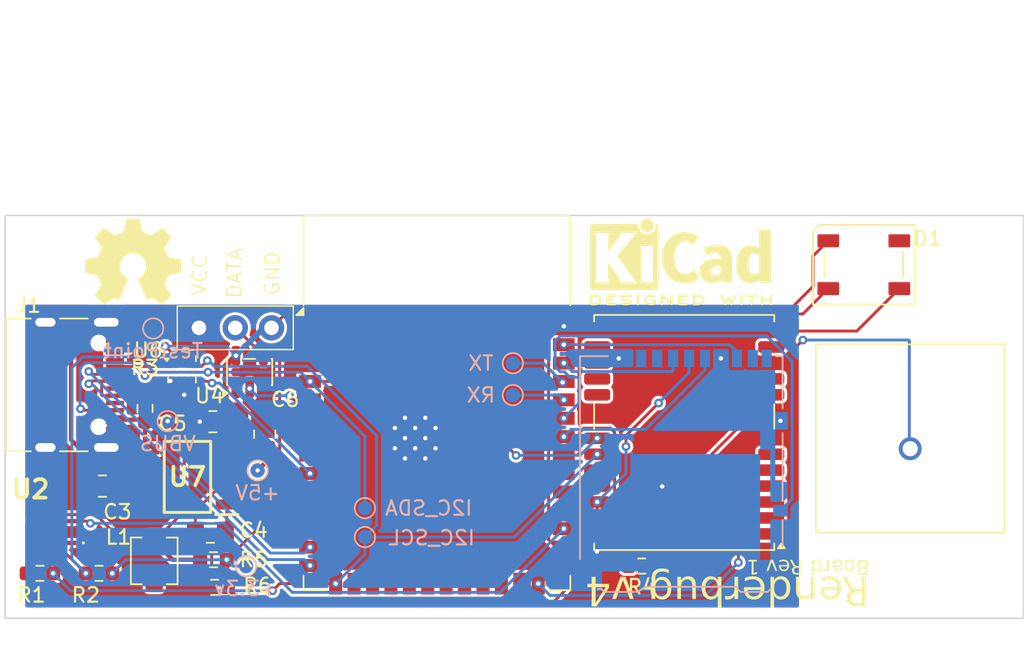
<source format=kicad_pcb>
(kicad_pcb
	(version 20241229)
	(generator "pcbnew")
	(generator_version "9.0")
	(general
		(thickness 1.579)
		(legacy_teardrops no)
	)
	(paper "A5")
	(title_block
		(title "Renderbug v4 Motion")
		(date "2026-03-07")
		(rev "R1")
		(comment 4 "AISLER Project ID: SHZJKPNM")
	)
	(layers
		(0 "F.Cu" signal)
		(2 "B.Cu" signal)
		(9 "F.Adhes" user "F.Adhesive")
		(11 "B.Adhes" user "B.Adhesive")
		(13 "F.Paste" user)
		(15 "B.Paste" user)
		(5 "F.SilkS" user "F.Silkscreen")
		(7 "B.SilkS" user "B.Silkscreen")
		(1 "F.Mask" user)
		(3 "B.Mask" user)
		(17 "Dwgs.User" user "User.Drawings")
		(19 "Cmts.User" user "User.Comments")
		(21 "Eco1.User" user "User.Eco1")
		(23 "Eco2.User" user "User.Eco2")
		(25 "Edge.Cuts" user)
		(27 "Margin" user)
		(31 "F.CrtYd" user "F.Courtyard")
		(29 "B.CrtYd" user "B.Courtyard")
		(35 "F.Fab" user)
		(33 "B.Fab" user)
		(39 "User.1" user)
		(41 "User.2" user)
		(43 "User.3" user)
		(45 "User.4" user)
		(47 "User.5" user)
		(49 "User.6" user)
		(51 "User.7" user)
		(53 "User.8" user)
		(55 "User.9" user)
	)
	(setup
		(stackup
			(layer "F.SilkS"
				(type "Top Silk Screen")
				(color "White")
				(material "Peters SD2692")
			)
			(layer "F.Paste"
				(type "Top Solder Paste")
			)
			(layer "F.Mask"
				(type "Top Solder Mask")
				(color "Green")
				(thickness 0.025)
				(material "Elpemer AS 2467 SM-DG")
				(epsilon_r 3.7)
				(loss_tangent 0)
			)
			(layer "F.Cu"
				(type "copper")
				(thickness 0.035)
			)
			(layer "dielectric 1"
				(type "core")
				(color "FR4 natural")
				(thickness 1.459)
				(material "FR4")
				(epsilon_r 4.5)
				(loss_tangent 0.02)
			)
			(layer "B.Cu"
				(type "copper")
				(thickness 0.035)
			)
			(layer "B.Mask"
				(type "Bottom Solder Mask")
				(color "Green")
				(thickness 0.025)
				(material "Elpemer AS 2467 SM-DG")
				(epsilon_r 3.7)
				(loss_tangent 0)
			)
			(layer "B.Paste"
				(type "Bottom Solder Paste")
			)
			(layer "B.SilkS"
				(type "Bottom Silk Screen")
				(color "White")
				(material "Peters SD2692")
			)
			(copper_finish "ENIG")
			(dielectric_constraints no)
		)
		(pad_to_mask_clearance 0)
		(allow_soldermask_bridges_in_footprints no)
		(tenting front back)
		(pcbplotparams
			(layerselection 0x00000000_00000000_55555555_5755f5ff)
			(plot_on_all_layers_selection 0x00000000_00000000_00000000_00000000)
			(disableapertmacros no)
			(usegerberextensions no)
			(usegerberattributes yes)
			(usegerberadvancedattributes yes)
			(creategerberjobfile yes)
			(dashed_line_dash_ratio 12.000000)
			(dashed_line_gap_ratio 3.000000)
			(svgprecision 4)
			(plotframeref no)
			(mode 1)
			(useauxorigin no)
			(hpglpennumber 1)
			(hpglpenspeed 20)
			(hpglpendiameter 15.000000)
			(pdf_front_fp_property_popups yes)
			(pdf_back_fp_property_popups yes)
			(pdf_metadata yes)
			(pdf_single_document no)
			(dxfpolygonmode yes)
			(dxfimperialunits yes)
			(dxfusepcbnewfont yes)
			(psnegative no)
			(psa4output no)
			(plot_black_and_white yes)
			(sketchpadsonfab no)
			(plotpadnumbers no)
			(hidednponfab no)
			(sketchdnponfab yes)
			(crossoutdnponfab yes)
			(subtractmaskfromsilk no)
			(outputformat 1)
			(mirror no)
			(drillshape 0)
			(scaleselection 1)
			(outputdirectory "/tmp/")
		)
	)
	(net 0 "")
	(net 1 "GND")
	(net 2 "unconnected-(U1-IO0-Pad27)")
	(net 3 "unconnected-(U1-IO46-Pad16)")
	(net 4 "unconnected-(U1-IO8-Pad12)")
	(net 5 "unconnected-(U1-IO47-Pad24)")
	(net 6 "unconnected-(U1-IO7-Pad7)")
	(net 7 "+3.3V")
	(net 8 "unconnected-(U1-IO48-Pad25)")
	(net 9 "unconnected-(U1-IO10-Pad18)")
	(net 10 "unconnected-(U1-IO11-Pad19)")
	(net 11 "unconnected-(U1-IO9-Pad17)")
	(net 12 "unconnected-(U1-IO6-Pad6)")
	(net 13 "+5V")
	(net 14 "VBUS")
	(net 15 "CC1")
	(net 16 "unconnected-(J2-DAT2-Pad1)")
	(net 17 "unconnected-(J2-DAT1-Pad8)")
	(net 18 "unconnected-(J2-DAT3{slash}CD-Pad2)")
	(net 19 "unconnected-(J2-DET_B-Pad9)")
	(net 20 "USB_D-")
	(net 21 "USB_D+")
	(net 22 "CC2")
	(net 23 "SD_CLK")
	(net 24 "SD_DETECT")
	(net 25 "unconnected-(U5-RESERVED-Pad16)")
	(net 26 "unconnected-(U5-~{SAFEBOOT}-Pad1)")
	(net 27 "unconnected-(U5-RESERVED-Pad17)")
	(net 28 "unconnected-(U5-TXD{slash}SPI_MISO-Pad20)")
	(net 29 "unconnected-(U5-VCC_RF-Pad9)")
	(net 30 "unconnected-(U5-RESERVED-Pad15)")
	(net 31 "unconnected-(U5-RXD{slash}SPI_MOSI-Pad21)")
	(net 32 "unconnected-(U5-USB_DP-Pad6)")
	(net 33 "unconnected-(U5-USB_DM-Pad5)")
	(net 34 "Net-(U3-FEED)")
	(net 35 "unconnected-(U5-LNA_EN-Pad14)")
	(net 36 "unconnected-(U5-EXTINT-Pad4)")
	(net 37 "SD_MOSI")
	(net 38 "SD_MISO")
	(net 39 "LED_DATA")
	(net 40 "I2C_SDA")
	(net 41 "I2C_SCL")
	(net 42 "PD_UPDATE_INT")
	(net 43 "Net-(U6-VBUS_DET)")
	(net 44 "unconnected-(U6-ID-Pad9)")
	(net 45 "Net-(U7-BOOT)")
	(net 46 "Net-(U7-SW)")
	(net 47 "Net-(U7-VCC)")
	(net 48 "unconnected-(U1-IO13-Pad21)")
	(net 49 "unconnected-(U1-IO15-Pad8)")
	(net 50 "unconnected-(U1-IO12-Pad20)")
	(net 51 "unconnected-(U1-IO14-Pad22)")
	(net 52 "unconnected-(U1-IO38-Pad31)")
	(net 53 "unconnected-(U1-IO37-Pad30)")
	(net 54 "Net-(D1-DIN)")
	(net 55 "unconnected-(D1-DOUT-Pad2)")
	(net 56 "Net-(U1-RXD0)")
	(net 57 "Net-(U1-TXD0)")
	(net 58 "unconnected-(U2-INT2-Pad9)")
	(net 59 "unconnected-(U2-NC_1-Pad10)")
	(net 60 "unconnected-(U2-NC_2-Pad11)")
	(net 61 "unconnected-(U2-SDO{slash}SA0-Pad1)")
	(net 62 "GPS_RESET")
	(net 63 "GPS_TIMEPULSE")
	(net 64 "IMU_INT1")
	(net 65 "unconnected-(U5-D_SEL-Pad2)")
	(net 66 "Net-(J5-LED_DATA)")
	(net 67 "unconnected-(U4-NC-Pad1)")
	(net 68 "unconnected-(U1-IO39-Pad32)")
	(net 69 "unconnected-(U1-IO18-Pad11)")
	(net 70 "unconnected-(U1-IO21-Pad23)")
	(net 71 "unconnected-(U1-IO17-Pad10)")
	(footprint "Package_TO_SOT_SMD:SOT-23-5" (layer "F.Cu") (at 87.55 67.1125 90))
	(footprint "Inductor_SMD:L_Vishay_IHLP-1212" (layer "F.Cu") (at 80.97 80.14 90))
	(footprint "chips:3_PIN_WIRE" (layer "F.Cu") (at 89.058 64.058 180))
	(footprint "Resistor_SMD:R_0603_1608Metric_Pad0.98x0.95mm_HandSolder" (layer "F.Cu") (at 77.1625 81))
	(footprint "LED_SMD:LED_WS2812B_PLCC4_5.0x5.0mm_P3.2mm" (layer "F.Cu") (at 129.9 59.7 180))
	(footprint "Capacitor_SMD:C_0805_2012Metric_Pad1.18x1.45mm_HandSolder" (layer "F.Cu") (at 85.0125 70.535 180))
	(footprint "Resistor_SMD:R_0603_1608Metric_Pad0.98x0.95mm_HandSolder" (layer "F.Cu") (at 73.0875 81 180))
	(footprint "Connector_USB:USB_C_Receptacle_G-Switch_GT-USB-7010ASV" (layer "F.Cu") (at 74.54 67.995 -90))
	(footprint "Resistor_SMD:R_0603_1608Metric_Pad0.98x0.95mm_HandSolder" (layer "F.Cu") (at 85.0575 80.06))
	(footprint "Resistor_SMD:R_0603_1608Metric_Pad0.98x0.95mm_HandSolder" (layer "F.Cu") (at 85.1375 81.965))
	(footprint "MountingHole:MountingHole_2mm" (layer "F.Cu") (at 74.1 59.5))
	(footprint "Resistor_SMD:R_0603_1608Metric_Pad0.98x0.95mm_HandSolder" (layer "F.Cu") (at 114.5875 80.5 180))
	(footprint "Resistor_SMD:R_0603_1608Metric_Pad0.98x0.95mm_HandSolder" (layer "F.Cu") (at 80.335 69.6225 90))
	(footprint "KiCad:W3213" (layer "F.Cu") (at 133.1 72.4))
	(footprint "MountingHole:MountingHole_2mm" (layer "F.Cu") (at 133.3 81.7))
	(footprint "chips:SOIC127P600X175-8N" (layer "F.Cu") (at 83.26 74.345 180))
	(footprint "Capacitor_SMD:C_0805_2012Metric_Pad1.18x1.45mm_HandSolder" (layer "F.Cu") (at 84.8425 78.155))
	(footprint "RF_Module:ESP32-S3-WROOM-1" (layer "F.Cu") (at 100.465 69.21))
	(footprint "Package_DFN_QFN:Texas_X2QFN-12_1.6x1.6mm_P0.4mm" (layer "F.Cu") (at 82.885 66.925))
	(footprint "Symbol:OSHW-Symbol_6.7x6mm_SilkScreen" (layer "F.Cu") (at 79.5 59.5))
	(footprint "Capacitor_SMD:C_0805_2012Metric_Pad1.18x1.45mm_HandSolder" (layer "F.Cu") (at 88.59 71.4025 90))
	(footprint "Symbol:KiCad-Logo2_5mm_SilkScreen" (layer "F.Cu") (at 117.3 59.5))
	(footprint "Capacitor_SMD:C_0805_2012Metric_Pad1.18x1.45mm_HandSolder" (layer "F.Cu") (at 77.3925 74.98 180))
	(footprint "RF_GPS:ublox_NEO" (layer "F.Cu") (at 117.515 71.28 180))
	(footprint "MountingHole:MountingHole_2mm" (layer "F.Cu") (at 137.5 59.9))
	(footprint "LSM6DSV80XTR:LSM6DSV16BXTR" (layer "F.Cu") (at 74.136 78.15 180))
	(footprint "Connector_Card:microSD_HC_Hirose_DM3AT-SF-PEJM5"
		(layer "B.Cu")
		(uuid "42e77890-f0f7-4170-a2c4-5fa8229df001")
		(at 117.325 73.897 180)
		(descr "Micro SD, SMD, right-angle, push-pull (https://www.hirose.com/product/en/download_file/key_name/DM3AT-SF-PEJM5/category/Drawing%20(2D)/doc_file_id/44099/?file_category_id=6&item_id=06090031000&is_series=)")
		(tags "Micro SD")
		(property "Reference" "J2"
			(at -0.075 9.525 0)
			(layer "B.SilkS")
			(hide yes)
			(uuid "f4c98c1a-e6e4-4cb1-976d-708df677a8fe")
			(effects
				(font
					(size 1 1)
					(thickness 0.15)
				)
				(justify mirror)
			)
		)
		(property "Value" "Micro_SD_Card_Det2"
			(at -0.075 -9.575 0)
			(layer "B.Fab")
			(hide yes)
			(uuid "43395e7f-499f-4a36-bcdf-02e7a553ff7d")
			(effects
				(font
					(size 1 1)
					(thickness 0.15)
				)
				(justify mirror)
			)
		)
		(property "Datasheet" "https://www.hirose.com/en/product/document?clcode=&productname=&series=DM3&documenttype=Catalog&lang=en&documentid=D49662_en"
			(at 0 0 0)
			(unlocked yes)
			(layer "B.Fab")
			(hide yes)
			(uuid "3d7ef175-cb6d-4930-8738-6ab5fadae322")
			(effects
				(font
					(size 1.27 1.27)
					(thickness 0.15)
				)
				(justify mirror)
			)
		)
		(property "Description" "Micro SD Card Socket with two card detection pins"
			(at 0 0 0)
			(unlocked yes)
			(layer "B.Fab")
			(hide yes)
			(uuid "5e1378ca-92ac-4044-b637-9c0cab86c35d")
			(effects
				(font
					(size 1.27 1.27)
					(thickness 0.15)
				)
				(justify mirror)
			)
		)
		(property "Mouser Part Number" "798-DM3AT-SF-PEJM5"
			(at 0 0 0)
			(unlocked yes)
			(layer "B.Fab")
			(hide yes)
			(uuid "83d12e09-2260-4069-9da8-9f9a87ebf0d6")
			(effects
				(font
					(size 1 1)
					(thickness 0.15)
				)
				(justify mirror)
			)
		)
		(property ki_fp_filters "microSD*")
		(path "/c195f54e-ac2a-4cf6-90fb-f9df412616bf")
		(sheetname "/")
		(sheetfile "board.kicad_sch")
		(attr smd)
		(fp_line
			(start 6.995 7.885)
			(end 6.995 -6.125)
			(stroke
				(widt
... [227596 chars truncated]
</source>
